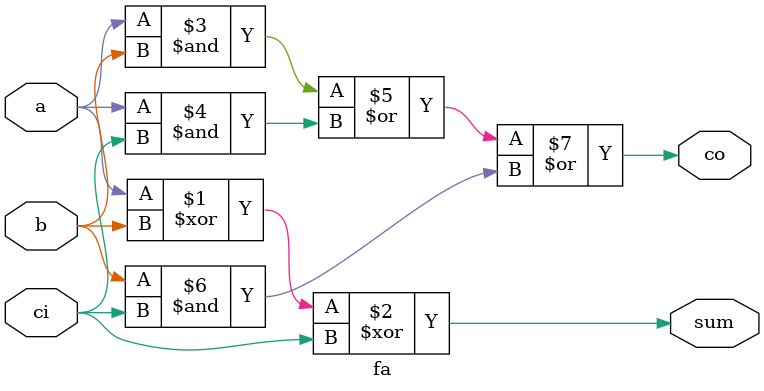
<source format=v>
module fa(
	input a,
	input b,
	input ci,
	output wire co,
	output wire sum
);

assign sum = a ^ b ^ ci;
assign co = (a&b) | (a&ci) | (b&ci);

endmodule
</source>
